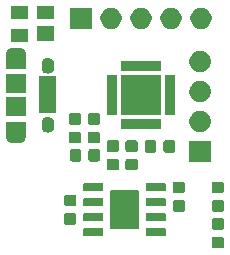
<source format=gbr>
G04 #@! TF.GenerationSoftware,KiCad,Pcbnew,(5.1.5)-2*
G04 #@! TF.CreationDate,2020-10-22T14:23:29-05:00*
G04 #@! TF.ProjectId,usbSerial,75736253-6572-4696-916c-2e6b69636164,rev?*
G04 #@! TF.SameCoordinates,Original*
G04 #@! TF.FileFunction,Soldermask,Top*
G04 #@! TF.FilePolarity,Negative*
%FSLAX46Y46*%
G04 Gerber Fmt 4.6, Leading zero omitted, Abs format (unit mm)*
G04 Created by KiCad (PCBNEW (5.1.5)-2) date 2020-10-22 14:23:29*
%MOMM*%
%LPD*%
G04 APERTURE LIST*
%ADD10C,0.100000*%
G04 APERTURE END LIST*
D10*
G36*
X69979591Y-80703085D02*
G01*
X70013569Y-80713393D01*
X70044890Y-80730134D01*
X70072339Y-80752661D01*
X70094866Y-80780110D01*
X70111607Y-80811431D01*
X70121915Y-80845409D01*
X70126000Y-80886890D01*
X70126000Y-81488110D01*
X70121915Y-81529591D01*
X70111607Y-81563569D01*
X70094866Y-81594890D01*
X70072339Y-81622339D01*
X70044890Y-81644866D01*
X70013569Y-81661607D01*
X69979591Y-81671915D01*
X69938110Y-81676000D01*
X69261890Y-81676000D01*
X69220409Y-81671915D01*
X69186431Y-81661607D01*
X69155110Y-81644866D01*
X69127661Y-81622339D01*
X69105134Y-81594890D01*
X69088393Y-81563569D01*
X69078085Y-81529591D01*
X69074000Y-81488110D01*
X69074000Y-80886890D01*
X69078085Y-80845409D01*
X69088393Y-80811431D01*
X69105134Y-80780110D01*
X69127661Y-80752661D01*
X69155110Y-80730134D01*
X69186431Y-80713393D01*
X69220409Y-80703085D01*
X69261890Y-80699000D01*
X69938110Y-80699000D01*
X69979591Y-80703085D01*
G37*
G36*
X65109928Y-79956764D02*
G01*
X65131009Y-79963160D01*
X65150445Y-79973548D01*
X65167476Y-79987524D01*
X65181452Y-80004555D01*
X65191840Y-80023991D01*
X65198236Y-80045072D01*
X65201000Y-80073140D01*
X65201000Y-80536860D01*
X65198236Y-80564928D01*
X65191840Y-80586009D01*
X65181452Y-80605445D01*
X65167476Y-80622476D01*
X65150445Y-80636452D01*
X65131009Y-80646840D01*
X65109928Y-80653236D01*
X65081860Y-80656000D01*
X63618140Y-80656000D01*
X63590072Y-80653236D01*
X63568991Y-80646840D01*
X63549555Y-80636452D01*
X63532524Y-80622476D01*
X63518548Y-80605445D01*
X63508160Y-80586009D01*
X63501764Y-80564928D01*
X63499000Y-80536860D01*
X63499000Y-80073140D01*
X63501764Y-80045072D01*
X63508160Y-80023991D01*
X63518548Y-80004555D01*
X63532524Y-79987524D01*
X63549555Y-79973548D01*
X63568991Y-79963160D01*
X63590072Y-79956764D01*
X63618140Y-79954000D01*
X65081860Y-79954000D01*
X65109928Y-79956764D01*
G37*
G36*
X59809928Y-79956764D02*
G01*
X59831009Y-79963160D01*
X59850445Y-79973548D01*
X59867476Y-79987524D01*
X59881452Y-80004555D01*
X59891840Y-80023991D01*
X59898236Y-80045072D01*
X59901000Y-80073140D01*
X59901000Y-80536860D01*
X59898236Y-80564928D01*
X59891840Y-80586009D01*
X59881452Y-80605445D01*
X59867476Y-80622476D01*
X59850445Y-80636452D01*
X59831009Y-80646840D01*
X59809928Y-80653236D01*
X59781860Y-80656000D01*
X58318140Y-80656000D01*
X58290072Y-80653236D01*
X58268991Y-80646840D01*
X58249555Y-80636452D01*
X58232524Y-80622476D01*
X58218548Y-80605445D01*
X58208160Y-80586009D01*
X58201764Y-80564928D01*
X58199000Y-80536860D01*
X58199000Y-80073140D01*
X58201764Y-80045072D01*
X58208160Y-80023991D01*
X58218548Y-80004555D01*
X58232524Y-79987524D01*
X58249555Y-79973548D01*
X58268991Y-79963160D01*
X58290072Y-79956764D01*
X58318140Y-79954000D01*
X59781860Y-79954000D01*
X59809928Y-79956764D01*
G37*
G36*
X69979591Y-79128085D02*
G01*
X70013569Y-79138393D01*
X70044890Y-79155134D01*
X70072339Y-79177661D01*
X70094866Y-79205110D01*
X70111607Y-79236431D01*
X70121915Y-79270409D01*
X70126000Y-79311890D01*
X70126000Y-79913110D01*
X70121915Y-79954591D01*
X70111607Y-79988569D01*
X70094866Y-80019890D01*
X70072339Y-80047339D01*
X70044890Y-80069866D01*
X70013569Y-80086607D01*
X69979591Y-80096915D01*
X69938110Y-80101000D01*
X69261890Y-80101000D01*
X69220409Y-80096915D01*
X69186431Y-80086607D01*
X69155110Y-80069866D01*
X69127661Y-80047339D01*
X69105134Y-80019890D01*
X69088393Y-79988569D01*
X69078085Y-79954591D01*
X69074000Y-79913110D01*
X69074000Y-79311890D01*
X69078085Y-79270409D01*
X69088393Y-79236431D01*
X69105134Y-79205110D01*
X69127661Y-79177661D01*
X69155110Y-79155134D01*
X69186431Y-79138393D01*
X69220409Y-79128085D01*
X69261890Y-79124000D01*
X69938110Y-79124000D01*
X69979591Y-79128085D01*
G37*
G36*
X62820752Y-76752699D02*
G01*
X62850971Y-76761866D01*
X62878813Y-76776748D01*
X62903221Y-76796779D01*
X62923252Y-76821187D01*
X62938134Y-76849029D01*
X62947301Y-76879248D01*
X62951000Y-76916808D01*
X62951000Y-79883192D01*
X62947301Y-79920752D01*
X62938134Y-79950971D01*
X62923252Y-79978813D01*
X62903221Y-80003221D01*
X62878813Y-80023252D01*
X62850971Y-80038134D01*
X62820752Y-80047301D01*
X62783192Y-80051000D01*
X60616808Y-80051000D01*
X60579248Y-80047301D01*
X60549029Y-80038134D01*
X60521187Y-80023252D01*
X60496779Y-80003221D01*
X60476748Y-79978813D01*
X60461866Y-79950971D01*
X60452699Y-79920752D01*
X60449000Y-79883192D01*
X60449000Y-76916808D01*
X60452699Y-76879248D01*
X60461866Y-76849029D01*
X60476748Y-76821187D01*
X60496779Y-76796779D01*
X60521187Y-76776748D01*
X60549029Y-76761866D01*
X60579248Y-76752699D01*
X60616808Y-76749000D01*
X62783192Y-76749000D01*
X62820752Y-76752699D01*
G37*
G36*
X57479591Y-78703085D02*
G01*
X57513569Y-78713393D01*
X57544890Y-78730134D01*
X57572339Y-78752661D01*
X57594866Y-78780110D01*
X57611607Y-78811431D01*
X57621915Y-78845409D01*
X57626000Y-78886890D01*
X57626000Y-79488110D01*
X57621915Y-79529591D01*
X57611607Y-79563569D01*
X57594866Y-79594890D01*
X57572339Y-79622339D01*
X57544890Y-79644866D01*
X57513569Y-79661607D01*
X57479591Y-79671915D01*
X57438110Y-79676000D01*
X56761890Y-79676000D01*
X56720409Y-79671915D01*
X56686431Y-79661607D01*
X56655110Y-79644866D01*
X56627661Y-79622339D01*
X56605134Y-79594890D01*
X56588393Y-79563569D01*
X56578085Y-79529591D01*
X56574000Y-79488110D01*
X56574000Y-78886890D01*
X56578085Y-78845409D01*
X56588393Y-78811431D01*
X56605134Y-78780110D01*
X56627661Y-78752661D01*
X56655110Y-78730134D01*
X56686431Y-78713393D01*
X56720409Y-78703085D01*
X56761890Y-78699000D01*
X57438110Y-78699000D01*
X57479591Y-78703085D01*
G37*
G36*
X65109928Y-78686764D02*
G01*
X65131009Y-78693160D01*
X65150445Y-78703548D01*
X65167476Y-78717524D01*
X65181452Y-78734555D01*
X65191840Y-78753991D01*
X65198236Y-78775072D01*
X65201000Y-78803140D01*
X65201000Y-79266860D01*
X65198236Y-79294928D01*
X65191840Y-79316009D01*
X65181452Y-79335445D01*
X65167476Y-79352476D01*
X65150445Y-79366452D01*
X65131009Y-79376840D01*
X65109928Y-79383236D01*
X65081860Y-79386000D01*
X63618140Y-79386000D01*
X63590072Y-79383236D01*
X63568991Y-79376840D01*
X63549555Y-79366452D01*
X63532524Y-79352476D01*
X63518548Y-79335445D01*
X63508160Y-79316009D01*
X63501764Y-79294928D01*
X63499000Y-79266860D01*
X63499000Y-78803140D01*
X63501764Y-78775072D01*
X63508160Y-78753991D01*
X63518548Y-78734555D01*
X63532524Y-78717524D01*
X63549555Y-78703548D01*
X63568991Y-78693160D01*
X63590072Y-78686764D01*
X63618140Y-78684000D01*
X65081860Y-78684000D01*
X65109928Y-78686764D01*
G37*
G36*
X59809928Y-78686764D02*
G01*
X59831009Y-78693160D01*
X59850445Y-78703548D01*
X59867476Y-78717524D01*
X59881452Y-78734555D01*
X59891840Y-78753991D01*
X59898236Y-78775072D01*
X59901000Y-78803140D01*
X59901000Y-79266860D01*
X59898236Y-79294928D01*
X59891840Y-79316009D01*
X59881452Y-79335445D01*
X59867476Y-79352476D01*
X59850445Y-79366452D01*
X59831009Y-79376840D01*
X59809928Y-79383236D01*
X59781860Y-79386000D01*
X58318140Y-79386000D01*
X58290072Y-79383236D01*
X58268991Y-79376840D01*
X58249555Y-79366452D01*
X58232524Y-79352476D01*
X58218548Y-79335445D01*
X58208160Y-79316009D01*
X58201764Y-79294928D01*
X58199000Y-79266860D01*
X58199000Y-78803140D01*
X58201764Y-78775072D01*
X58208160Y-78753991D01*
X58218548Y-78734555D01*
X58232524Y-78717524D01*
X58249555Y-78703548D01*
X58268991Y-78693160D01*
X58290072Y-78686764D01*
X58318140Y-78684000D01*
X59781860Y-78684000D01*
X59809928Y-78686764D01*
G37*
G36*
X66679591Y-77603085D02*
G01*
X66713569Y-77613393D01*
X66744890Y-77630134D01*
X66772339Y-77652661D01*
X66794866Y-77680110D01*
X66811607Y-77711431D01*
X66821915Y-77745409D01*
X66826000Y-77786890D01*
X66826000Y-78388110D01*
X66821915Y-78429591D01*
X66811607Y-78463569D01*
X66794866Y-78494890D01*
X66772339Y-78522339D01*
X66744890Y-78544866D01*
X66713569Y-78561607D01*
X66679591Y-78571915D01*
X66638110Y-78576000D01*
X65961890Y-78576000D01*
X65920409Y-78571915D01*
X65886431Y-78561607D01*
X65855110Y-78544866D01*
X65827661Y-78522339D01*
X65805134Y-78494890D01*
X65788393Y-78463569D01*
X65778085Y-78429591D01*
X65774000Y-78388110D01*
X65774000Y-77786890D01*
X65778085Y-77745409D01*
X65788393Y-77711431D01*
X65805134Y-77680110D01*
X65827661Y-77652661D01*
X65855110Y-77630134D01*
X65886431Y-77613393D01*
X65920409Y-77603085D01*
X65961890Y-77599000D01*
X66638110Y-77599000D01*
X66679591Y-77603085D01*
G37*
G36*
X69979591Y-77603085D02*
G01*
X70013569Y-77613393D01*
X70044890Y-77630134D01*
X70072339Y-77652661D01*
X70094866Y-77680110D01*
X70111607Y-77711431D01*
X70121915Y-77745409D01*
X70126000Y-77786890D01*
X70126000Y-78388110D01*
X70121915Y-78429591D01*
X70111607Y-78463569D01*
X70094866Y-78494890D01*
X70072339Y-78522339D01*
X70044890Y-78544866D01*
X70013569Y-78561607D01*
X69979591Y-78571915D01*
X69938110Y-78576000D01*
X69261890Y-78576000D01*
X69220409Y-78571915D01*
X69186431Y-78561607D01*
X69155110Y-78544866D01*
X69127661Y-78522339D01*
X69105134Y-78494890D01*
X69088393Y-78463569D01*
X69078085Y-78429591D01*
X69074000Y-78388110D01*
X69074000Y-77786890D01*
X69078085Y-77745409D01*
X69088393Y-77711431D01*
X69105134Y-77680110D01*
X69127661Y-77652661D01*
X69155110Y-77630134D01*
X69186431Y-77613393D01*
X69220409Y-77603085D01*
X69261890Y-77599000D01*
X69938110Y-77599000D01*
X69979591Y-77603085D01*
G37*
G36*
X65109928Y-77416764D02*
G01*
X65131009Y-77423160D01*
X65150445Y-77433548D01*
X65167476Y-77447524D01*
X65181452Y-77464555D01*
X65191840Y-77483991D01*
X65198236Y-77505072D01*
X65201000Y-77533140D01*
X65201000Y-77996860D01*
X65198236Y-78024928D01*
X65191840Y-78046009D01*
X65181452Y-78065445D01*
X65167476Y-78082476D01*
X65150445Y-78096452D01*
X65131009Y-78106840D01*
X65109928Y-78113236D01*
X65081860Y-78116000D01*
X63618140Y-78116000D01*
X63590072Y-78113236D01*
X63568991Y-78106840D01*
X63549555Y-78096452D01*
X63532524Y-78082476D01*
X63518548Y-78065445D01*
X63508160Y-78046009D01*
X63501764Y-78024928D01*
X63499000Y-77996860D01*
X63499000Y-77533140D01*
X63501764Y-77505072D01*
X63508160Y-77483991D01*
X63518548Y-77464555D01*
X63532524Y-77447524D01*
X63549555Y-77433548D01*
X63568991Y-77423160D01*
X63590072Y-77416764D01*
X63618140Y-77414000D01*
X65081860Y-77414000D01*
X65109928Y-77416764D01*
G37*
G36*
X59809928Y-77416764D02*
G01*
X59831009Y-77423160D01*
X59850445Y-77433548D01*
X59867476Y-77447524D01*
X59881452Y-77464555D01*
X59891840Y-77483991D01*
X59898236Y-77505072D01*
X59901000Y-77533140D01*
X59901000Y-77996860D01*
X59898236Y-78024928D01*
X59891840Y-78046009D01*
X59881452Y-78065445D01*
X59867476Y-78082476D01*
X59850445Y-78096452D01*
X59831009Y-78106840D01*
X59809928Y-78113236D01*
X59781860Y-78116000D01*
X58318140Y-78116000D01*
X58290072Y-78113236D01*
X58268991Y-78106840D01*
X58249555Y-78096452D01*
X58232524Y-78082476D01*
X58218548Y-78065445D01*
X58208160Y-78046009D01*
X58201764Y-78024928D01*
X58199000Y-77996860D01*
X58199000Y-77533140D01*
X58201764Y-77505072D01*
X58208160Y-77483991D01*
X58218548Y-77464555D01*
X58232524Y-77447524D01*
X58249555Y-77433548D01*
X58268991Y-77423160D01*
X58290072Y-77416764D01*
X58318140Y-77414000D01*
X59781860Y-77414000D01*
X59809928Y-77416764D01*
G37*
G36*
X57479591Y-77128085D02*
G01*
X57513569Y-77138393D01*
X57544890Y-77155134D01*
X57572339Y-77177661D01*
X57594866Y-77205110D01*
X57611607Y-77236431D01*
X57621915Y-77270409D01*
X57626000Y-77311890D01*
X57626000Y-77913110D01*
X57621915Y-77954591D01*
X57611607Y-77988569D01*
X57594866Y-78019890D01*
X57572339Y-78047339D01*
X57544890Y-78069866D01*
X57513569Y-78086607D01*
X57479591Y-78096915D01*
X57438110Y-78101000D01*
X56761890Y-78101000D01*
X56720409Y-78096915D01*
X56686431Y-78086607D01*
X56655110Y-78069866D01*
X56627661Y-78047339D01*
X56605134Y-78019890D01*
X56588393Y-77988569D01*
X56578085Y-77954591D01*
X56574000Y-77913110D01*
X56574000Y-77311890D01*
X56578085Y-77270409D01*
X56588393Y-77236431D01*
X56605134Y-77205110D01*
X56627661Y-77177661D01*
X56655110Y-77155134D01*
X56686431Y-77138393D01*
X56720409Y-77128085D01*
X56761890Y-77124000D01*
X57438110Y-77124000D01*
X57479591Y-77128085D01*
G37*
G36*
X66679591Y-76028085D02*
G01*
X66713569Y-76038393D01*
X66744890Y-76055134D01*
X66772339Y-76077661D01*
X66794866Y-76105110D01*
X66811607Y-76136431D01*
X66821915Y-76170409D01*
X66826000Y-76211890D01*
X66826000Y-76813110D01*
X66821915Y-76854591D01*
X66811607Y-76888569D01*
X66794866Y-76919890D01*
X66772339Y-76947339D01*
X66744890Y-76969866D01*
X66713569Y-76986607D01*
X66679591Y-76996915D01*
X66638110Y-77001000D01*
X65961890Y-77001000D01*
X65920409Y-76996915D01*
X65886431Y-76986607D01*
X65855110Y-76969866D01*
X65827661Y-76947339D01*
X65805134Y-76919890D01*
X65788393Y-76888569D01*
X65778085Y-76854591D01*
X65774000Y-76813110D01*
X65774000Y-76211890D01*
X65778085Y-76170409D01*
X65788393Y-76136431D01*
X65805134Y-76105110D01*
X65827661Y-76077661D01*
X65855110Y-76055134D01*
X65886431Y-76038393D01*
X65920409Y-76028085D01*
X65961890Y-76024000D01*
X66638110Y-76024000D01*
X66679591Y-76028085D01*
G37*
G36*
X69979591Y-76028085D02*
G01*
X70013569Y-76038393D01*
X70044890Y-76055134D01*
X70072339Y-76077661D01*
X70094866Y-76105110D01*
X70111607Y-76136431D01*
X70121915Y-76170409D01*
X70126000Y-76211890D01*
X70126000Y-76813110D01*
X70121915Y-76854591D01*
X70111607Y-76888569D01*
X70094866Y-76919890D01*
X70072339Y-76947339D01*
X70044890Y-76969866D01*
X70013569Y-76986607D01*
X69979591Y-76996915D01*
X69938110Y-77001000D01*
X69261890Y-77001000D01*
X69220409Y-76996915D01*
X69186431Y-76986607D01*
X69155110Y-76969866D01*
X69127661Y-76947339D01*
X69105134Y-76919890D01*
X69088393Y-76888569D01*
X69078085Y-76854591D01*
X69074000Y-76813110D01*
X69074000Y-76211890D01*
X69078085Y-76170409D01*
X69088393Y-76136431D01*
X69105134Y-76105110D01*
X69127661Y-76077661D01*
X69155110Y-76055134D01*
X69186431Y-76038393D01*
X69220409Y-76028085D01*
X69261890Y-76024000D01*
X69938110Y-76024000D01*
X69979591Y-76028085D01*
G37*
G36*
X59809928Y-76146764D02*
G01*
X59831009Y-76153160D01*
X59850445Y-76163548D01*
X59867476Y-76177524D01*
X59881452Y-76194555D01*
X59891840Y-76213991D01*
X59898236Y-76235072D01*
X59901000Y-76263140D01*
X59901000Y-76726860D01*
X59898236Y-76754928D01*
X59891840Y-76776009D01*
X59881452Y-76795445D01*
X59867476Y-76812476D01*
X59850445Y-76826452D01*
X59831009Y-76836840D01*
X59809928Y-76843236D01*
X59781860Y-76846000D01*
X58318140Y-76846000D01*
X58290072Y-76843236D01*
X58268991Y-76836840D01*
X58249555Y-76826452D01*
X58232524Y-76812476D01*
X58218548Y-76795445D01*
X58208160Y-76776009D01*
X58201764Y-76754928D01*
X58199000Y-76726860D01*
X58199000Y-76263140D01*
X58201764Y-76235072D01*
X58208160Y-76213991D01*
X58218548Y-76194555D01*
X58232524Y-76177524D01*
X58249555Y-76163548D01*
X58268991Y-76153160D01*
X58290072Y-76146764D01*
X58318140Y-76144000D01*
X59781860Y-76144000D01*
X59809928Y-76146764D01*
G37*
G36*
X65109928Y-76146764D02*
G01*
X65131009Y-76153160D01*
X65150445Y-76163548D01*
X65167476Y-76177524D01*
X65181452Y-76194555D01*
X65191840Y-76213991D01*
X65198236Y-76235072D01*
X65201000Y-76263140D01*
X65201000Y-76726860D01*
X65198236Y-76754928D01*
X65191840Y-76776009D01*
X65181452Y-76795445D01*
X65167476Y-76812476D01*
X65150445Y-76826452D01*
X65131009Y-76836840D01*
X65109928Y-76843236D01*
X65081860Y-76846000D01*
X63618140Y-76846000D01*
X63590072Y-76843236D01*
X63568991Y-76836840D01*
X63549555Y-76826452D01*
X63532524Y-76812476D01*
X63518548Y-76795445D01*
X63508160Y-76776009D01*
X63501764Y-76754928D01*
X63499000Y-76726860D01*
X63499000Y-76263140D01*
X63501764Y-76235072D01*
X63508160Y-76213991D01*
X63518548Y-76194555D01*
X63532524Y-76177524D01*
X63549555Y-76163548D01*
X63568991Y-76153160D01*
X63590072Y-76146764D01*
X63618140Y-76144000D01*
X65081860Y-76144000D01*
X65109928Y-76146764D01*
G37*
G36*
X62679591Y-74103085D02*
G01*
X62713569Y-74113393D01*
X62744890Y-74130134D01*
X62772339Y-74152661D01*
X62794866Y-74180110D01*
X62811607Y-74211431D01*
X62821915Y-74245409D01*
X62826000Y-74286890D01*
X62826000Y-74888110D01*
X62821915Y-74929591D01*
X62811607Y-74963569D01*
X62794866Y-74994890D01*
X62772339Y-75022339D01*
X62744890Y-75044866D01*
X62713569Y-75061607D01*
X62679591Y-75071915D01*
X62638110Y-75076000D01*
X61961890Y-75076000D01*
X61920409Y-75071915D01*
X61886431Y-75061607D01*
X61855110Y-75044866D01*
X61827661Y-75022339D01*
X61805134Y-74994890D01*
X61788393Y-74963569D01*
X61778085Y-74929591D01*
X61774000Y-74888110D01*
X61774000Y-74286890D01*
X61778085Y-74245409D01*
X61788393Y-74211431D01*
X61805134Y-74180110D01*
X61827661Y-74152661D01*
X61855110Y-74130134D01*
X61886431Y-74113393D01*
X61920409Y-74103085D01*
X61961890Y-74099000D01*
X62638110Y-74099000D01*
X62679591Y-74103085D01*
G37*
G36*
X61079591Y-74103085D02*
G01*
X61113569Y-74113393D01*
X61144890Y-74130134D01*
X61172339Y-74152661D01*
X61194866Y-74180110D01*
X61211607Y-74211431D01*
X61221915Y-74245409D01*
X61226000Y-74286890D01*
X61226000Y-74888110D01*
X61221915Y-74929591D01*
X61211607Y-74963569D01*
X61194866Y-74994890D01*
X61172339Y-75022339D01*
X61144890Y-75044866D01*
X61113569Y-75061607D01*
X61079591Y-75071915D01*
X61038110Y-75076000D01*
X60361890Y-75076000D01*
X60320409Y-75071915D01*
X60286431Y-75061607D01*
X60255110Y-75044866D01*
X60227661Y-75022339D01*
X60205134Y-74994890D01*
X60188393Y-74963569D01*
X60178085Y-74929591D01*
X60174000Y-74888110D01*
X60174000Y-74286890D01*
X60178085Y-74245409D01*
X60188393Y-74211431D01*
X60205134Y-74180110D01*
X60227661Y-74152661D01*
X60255110Y-74130134D01*
X60286431Y-74113393D01*
X60320409Y-74103085D01*
X60361890Y-74099000D01*
X61038110Y-74099000D01*
X61079591Y-74103085D01*
G37*
G36*
X69001000Y-74381000D02*
G01*
X67199000Y-74381000D01*
X67199000Y-72579000D01*
X69001000Y-72579000D01*
X69001000Y-74381000D01*
G37*
G36*
X57904591Y-73278085D02*
G01*
X57938569Y-73288393D01*
X57969890Y-73305134D01*
X57997339Y-73327661D01*
X58019866Y-73355110D01*
X58036607Y-73386431D01*
X58046915Y-73420409D01*
X58051000Y-73461890D01*
X58051000Y-74138110D01*
X58046915Y-74179591D01*
X58036607Y-74213569D01*
X58019866Y-74244890D01*
X57997339Y-74272339D01*
X57969890Y-74294866D01*
X57938569Y-74311607D01*
X57904591Y-74321915D01*
X57863110Y-74326000D01*
X57261890Y-74326000D01*
X57220409Y-74321915D01*
X57186431Y-74311607D01*
X57155110Y-74294866D01*
X57127661Y-74272339D01*
X57105134Y-74244890D01*
X57088393Y-74213569D01*
X57078085Y-74179591D01*
X57074000Y-74138110D01*
X57074000Y-73461890D01*
X57078085Y-73420409D01*
X57088393Y-73386431D01*
X57105134Y-73355110D01*
X57127661Y-73327661D01*
X57155110Y-73305134D01*
X57186431Y-73288393D01*
X57220409Y-73278085D01*
X57261890Y-73274000D01*
X57863110Y-73274000D01*
X57904591Y-73278085D01*
G37*
G36*
X59479591Y-73278085D02*
G01*
X59513569Y-73288393D01*
X59544890Y-73305134D01*
X59572339Y-73327661D01*
X59594866Y-73355110D01*
X59611607Y-73386431D01*
X59621915Y-73420409D01*
X59626000Y-73461890D01*
X59626000Y-74138110D01*
X59621915Y-74179591D01*
X59611607Y-74213569D01*
X59594866Y-74244890D01*
X59572339Y-74272339D01*
X59544890Y-74294866D01*
X59513569Y-74311607D01*
X59479591Y-74321915D01*
X59438110Y-74326000D01*
X58836890Y-74326000D01*
X58795409Y-74321915D01*
X58761431Y-74311607D01*
X58730110Y-74294866D01*
X58702661Y-74272339D01*
X58680134Y-74244890D01*
X58663393Y-74213569D01*
X58653085Y-74179591D01*
X58649000Y-74138110D01*
X58649000Y-73461890D01*
X58653085Y-73420409D01*
X58663393Y-73386431D01*
X58680134Y-73355110D01*
X58702661Y-73327661D01*
X58730110Y-73305134D01*
X58761431Y-73288393D01*
X58795409Y-73278085D01*
X58836890Y-73274000D01*
X59438110Y-73274000D01*
X59479591Y-73278085D01*
G37*
G36*
X64254591Y-72528085D02*
G01*
X64288569Y-72538393D01*
X64319890Y-72555134D01*
X64347339Y-72577661D01*
X64369866Y-72605110D01*
X64386607Y-72636431D01*
X64396915Y-72670409D01*
X64401000Y-72711890D01*
X64401000Y-73388110D01*
X64396915Y-73429591D01*
X64386607Y-73463569D01*
X64369866Y-73494890D01*
X64347339Y-73522339D01*
X64319890Y-73544866D01*
X64288569Y-73561607D01*
X64254591Y-73571915D01*
X64213110Y-73576000D01*
X63611890Y-73576000D01*
X63570409Y-73571915D01*
X63536431Y-73561607D01*
X63505110Y-73544866D01*
X63477661Y-73522339D01*
X63455134Y-73494890D01*
X63438393Y-73463569D01*
X63428085Y-73429591D01*
X63424000Y-73388110D01*
X63424000Y-72711890D01*
X63428085Y-72670409D01*
X63438393Y-72636431D01*
X63455134Y-72605110D01*
X63477661Y-72577661D01*
X63505110Y-72555134D01*
X63536431Y-72538393D01*
X63570409Y-72528085D01*
X63611890Y-72524000D01*
X64213110Y-72524000D01*
X64254591Y-72528085D01*
G37*
G36*
X65829591Y-72528085D02*
G01*
X65863569Y-72538393D01*
X65894890Y-72555134D01*
X65922339Y-72577661D01*
X65944866Y-72605110D01*
X65961607Y-72636431D01*
X65971915Y-72670409D01*
X65976000Y-72711890D01*
X65976000Y-73388110D01*
X65971915Y-73429591D01*
X65961607Y-73463569D01*
X65944866Y-73494890D01*
X65922339Y-73522339D01*
X65894890Y-73544866D01*
X65863569Y-73561607D01*
X65829591Y-73571915D01*
X65788110Y-73576000D01*
X65186890Y-73576000D01*
X65145409Y-73571915D01*
X65111431Y-73561607D01*
X65080110Y-73544866D01*
X65052661Y-73522339D01*
X65030134Y-73494890D01*
X65013393Y-73463569D01*
X65003085Y-73429591D01*
X64999000Y-73388110D01*
X64999000Y-72711890D01*
X65003085Y-72670409D01*
X65013393Y-72636431D01*
X65030134Y-72605110D01*
X65052661Y-72577661D01*
X65080110Y-72555134D01*
X65111431Y-72538393D01*
X65145409Y-72528085D01*
X65186890Y-72524000D01*
X65788110Y-72524000D01*
X65829591Y-72528085D01*
G37*
G36*
X62679591Y-72528085D02*
G01*
X62713569Y-72538393D01*
X62744890Y-72555134D01*
X62772339Y-72577661D01*
X62794866Y-72605110D01*
X62811607Y-72636431D01*
X62821915Y-72670409D01*
X62826000Y-72711890D01*
X62826000Y-73313110D01*
X62821915Y-73354591D01*
X62811607Y-73388569D01*
X62794866Y-73419890D01*
X62772339Y-73447339D01*
X62744890Y-73469866D01*
X62713569Y-73486607D01*
X62679591Y-73496915D01*
X62638110Y-73501000D01*
X61961890Y-73501000D01*
X61920409Y-73496915D01*
X61886431Y-73486607D01*
X61855110Y-73469866D01*
X61827661Y-73447339D01*
X61805134Y-73419890D01*
X61788393Y-73388569D01*
X61778085Y-73354591D01*
X61774000Y-73313110D01*
X61774000Y-72711890D01*
X61778085Y-72670409D01*
X61788393Y-72636431D01*
X61805134Y-72605110D01*
X61827661Y-72577661D01*
X61855110Y-72555134D01*
X61886431Y-72538393D01*
X61920409Y-72528085D01*
X61961890Y-72524000D01*
X62638110Y-72524000D01*
X62679591Y-72528085D01*
G37*
G36*
X61079591Y-72528085D02*
G01*
X61113569Y-72538393D01*
X61144890Y-72555134D01*
X61172339Y-72577661D01*
X61194866Y-72605110D01*
X61211607Y-72636431D01*
X61221915Y-72670409D01*
X61226000Y-72711890D01*
X61226000Y-73313110D01*
X61221915Y-73354591D01*
X61211607Y-73388569D01*
X61194866Y-73419890D01*
X61172339Y-73447339D01*
X61144890Y-73469866D01*
X61113569Y-73486607D01*
X61079591Y-73496915D01*
X61038110Y-73501000D01*
X60361890Y-73501000D01*
X60320409Y-73496915D01*
X60286431Y-73486607D01*
X60255110Y-73469866D01*
X60227661Y-73447339D01*
X60205134Y-73419890D01*
X60188393Y-73388569D01*
X60178085Y-73354591D01*
X60174000Y-73313110D01*
X60174000Y-72711890D01*
X60178085Y-72670409D01*
X60188393Y-72636431D01*
X60205134Y-72605110D01*
X60227661Y-72577661D01*
X60255110Y-72555134D01*
X60286431Y-72538393D01*
X60320409Y-72528085D01*
X60361890Y-72524000D01*
X61038110Y-72524000D01*
X61079591Y-72528085D01*
G37*
G36*
X57879591Y-71803085D02*
G01*
X57913569Y-71813393D01*
X57944890Y-71830134D01*
X57972339Y-71852661D01*
X57994866Y-71880110D01*
X58011607Y-71911431D01*
X58021915Y-71945409D01*
X58026000Y-71986890D01*
X58026000Y-72588110D01*
X58021915Y-72629591D01*
X58011607Y-72663569D01*
X57994866Y-72694890D01*
X57972339Y-72722339D01*
X57944890Y-72744866D01*
X57913569Y-72761607D01*
X57879591Y-72771915D01*
X57838110Y-72776000D01*
X57161890Y-72776000D01*
X57120409Y-72771915D01*
X57086431Y-72761607D01*
X57055110Y-72744866D01*
X57027661Y-72722339D01*
X57005134Y-72694890D01*
X56988393Y-72663569D01*
X56978085Y-72629591D01*
X56974000Y-72588110D01*
X56974000Y-71986890D01*
X56978085Y-71945409D01*
X56988393Y-71911431D01*
X57005134Y-71880110D01*
X57027661Y-71852661D01*
X57055110Y-71830134D01*
X57086431Y-71813393D01*
X57120409Y-71803085D01*
X57161890Y-71799000D01*
X57838110Y-71799000D01*
X57879591Y-71803085D01*
G37*
G36*
X59479591Y-71803085D02*
G01*
X59513569Y-71813393D01*
X59544890Y-71830134D01*
X59572339Y-71852661D01*
X59594866Y-71880110D01*
X59611607Y-71911431D01*
X59621915Y-71945409D01*
X59626000Y-71986890D01*
X59626000Y-72588110D01*
X59621915Y-72629591D01*
X59611607Y-72663569D01*
X59594866Y-72694890D01*
X59572339Y-72722339D01*
X59544890Y-72744866D01*
X59513569Y-72761607D01*
X59479591Y-72771915D01*
X59438110Y-72776000D01*
X58761890Y-72776000D01*
X58720409Y-72771915D01*
X58686431Y-72761607D01*
X58655110Y-72744866D01*
X58627661Y-72722339D01*
X58605134Y-72694890D01*
X58588393Y-72663569D01*
X58578085Y-72629591D01*
X58574000Y-72588110D01*
X58574000Y-71986890D01*
X58578085Y-71945409D01*
X58588393Y-71911431D01*
X58605134Y-71880110D01*
X58627661Y-71852661D01*
X58655110Y-71830134D01*
X58686431Y-71813393D01*
X58720409Y-71803085D01*
X58761890Y-71799000D01*
X59438110Y-71799000D01*
X59479591Y-71803085D01*
G37*
G36*
X53326000Y-72168027D02*
G01*
X53326601Y-72180266D01*
X53328545Y-72200000D01*
X53326601Y-72219734D01*
X53326000Y-72231973D01*
X53326000Y-72302861D01*
X53322970Y-72306553D01*
X53307287Y-72339713D01*
X53288312Y-72402265D01*
X53239469Y-72493644D01*
X53173738Y-72573738D01*
X53093644Y-72639469D01*
X53002265Y-72688312D01*
X52903114Y-72718389D01*
X52825839Y-72726000D01*
X52174161Y-72726000D01*
X52096886Y-72718389D01*
X51997735Y-72688312D01*
X51906356Y-72639469D01*
X51826262Y-72573738D01*
X51760531Y-72493644D01*
X51711688Y-72402265D01*
X51692713Y-72339713D01*
X51683336Y-72317074D01*
X51674000Y-72303102D01*
X51674000Y-72231973D01*
X51673399Y-72219734D01*
X51671455Y-72200000D01*
X51673399Y-72180266D01*
X51674000Y-72168027D01*
X51674000Y-70949000D01*
X53326000Y-70949000D01*
X53326000Y-72168027D01*
G37*
G36*
X55303113Y-70531611D02*
G01*
X55402264Y-70561688D01*
X55493644Y-70610531D01*
X55573738Y-70676262D01*
X55639469Y-70756356D01*
X55688312Y-70847735D01*
X55718389Y-70946886D01*
X55726000Y-71024161D01*
X55726000Y-71375838D01*
X55718389Y-71453113D01*
X55688312Y-71552264D01*
X55639469Y-71643644D01*
X55573738Y-71723738D01*
X55493644Y-71789469D01*
X55402265Y-71838312D01*
X55303114Y-71868389D01*
X55200000Y-71878545D01*
X55096887Y-71868389D01*
X54997736Y-71838312D01*
X54906357Y-71789469D01*
X54826263Y-71723738D01*
X54760532Y-71643644D01*
X54736834Y-71599309D01*
X54711689Y-71552266D01*
X54701663Y-71519215D01*
X54681611Y-71453114D01*
X54674000Y-71375839D01*
X54674000Y-71024162D01*
X54681611Y-70946887D01*
X54711688Y-70847736D01*
X54760531Y-70756356D01*
X54826262Y-70676262D01*
X54906356Y-70610531D01*
X54997735Y-70561688D01*
X55096886Y-70531611D01*
X55200000Y-70521455D01*
X55303113Y-70531611D01*
G37*
G36*
X68193623Y-70039971D02*
G01*
X68362812Y-70073624D01*
X68526784Y-70141544D01*
X68674354Y-70240147D01*
X68799853Y-70365646D01*
X68898456Y-70513216D01*
X68966376Y-70677188D01*
X69001000Y-70851259D01*
X69001000Y-71028741D01*
X68966376Y-71202812D01*
X68898456Y-71366784D01*
X68799853Y-71514354D01*
X68674354Y-71639853D01*
X68526784Y-71738456D01*
X68362812Y-71806376D01*
X68213512Y-71836073D01*
X68188742Y-71841000D01*
X68011258Y-71841000D01*
X67986488Y-71836073D01*
X67837188Y-71806376D01*
X67673216Y-71738456D01*
X67525646Y-71639853D01*
X67400147Y-71514354D01*
X67301544Y-71366784D01*
X67233624Y-71202812D01*
X67199000Y-71028741D01*
X67199000Y-70851259D01*
X67233624Y-70677188D01*
X67301544Y-70513216D01*
X67400147Y-70365646D01*
X67525646Y-70240147D01*
X67673216Y-70141544D01*
X67837188Y-70073624D01*
X68006377Y-70039971D01*
X68011258Y-70039000D01*
X68188742Y-70039000D01*
X68193623Y-70039971D01*
G37*
G36*
X61755355Y-70700083D02*
G01*
X61760029Y-70701501D01*
X61764330Y-70703800D01*
X61770702Y-70709029D01*
X61791076Y-70722643D01*
X61813715Y-70732020D01*
X61837749Y-70736800D01*
X61862253Y-70736800D01*
X61886286Y-70732019D01*
X61908925Y-70722642D01*
X61929298Y-70709029D01*
X61935670Y-70703800D01*
X61939971Y-70701501D01*
X61944645Y-70700083D01*
X61955641Y-70699000D01*
X62244359Y-70699000D01*
X62255355Y-70700083D01*
X62260029Y-70701501D01*
X62264330Y-70703800D01*
X62270702Y-70709029D01*
X62291076Y-70722643D01*
X62313715Y-70732020D01*
X62337749Y-70736800D01*
X62362253Y-70736800D01*
X62386286Y-70732019D01*
X62408925Y-70722642D01*
X62429298Y-70709029D01*
X62435670Y-70703800D01*
X62439971Y-70701501D01*
X62444645Y-70700083D01*
X62455641Y-70699000D01*
X62744359Y-70699000D01*
X62755355Y-70700083D01*
X62760029Y-70701501D01*
X62764330Y-70703800D01*
X62770702Y-70709029D01*
X62791076Y-70722643D01*
X62813715Y-70732020D01*
X62837749Y-70736800D01*
X62862253Y-70736800D01*
X62886286Y-70732019D01*
X62908925Y-70722642D01*
X62929298Y-70709029D01*
X62935670Y-70703800D01*
X62939971Y-70701501D01*
X62944645Y-70700083D01*
X62955641Y-70699000D01*
X63244359Y-70699000D01*
X63255355Y-70700083D01*
X63260029Y-70701501D01*
X63264330Y-70703800D01*
X63270702Y-70709029D01*
X63291076Y-70722643D01*
X63313715Y-70732020D01*
X63337749Y-70736800D01*
X63362253Y-70736800D01*
X63386286Y-70732019D01*
X63408925Y-70722642D01*
X63429298Y-70709029D01*
X63435670Y-70703800D01*
X63439971Y-70701501D01*
X63444645Y-70700083D01*
X63455641Y-70699000D01*
X63744359Y-70699000D01*
X63755355Y-70700083D01*
X63760029Y-70701501D01*
X63764330Y-70703800D01*
X63770702Y-70709029D01*
X63791076Y-70722643D01*
X63813715Y-70732020D01*
X63837749Y-70736800D01*
X63862253Y-70736800D01*
X63886286Y-70732019D01*
X63908925Y-70722642D01*
X63929298Y-70709029D01*
X63935670Y-70703800D01*
X63939971Y-70701501D01*
X63944645Y-70700083D01*
X63955641Y-70699000D01*
X64244359Y-70699000D01*
X64255355Y-70700083D01*
X64260029Y-70701501D01*
X64264330Y-70703800D01*
X64270702Y-70709029D01*
X64291076Y-70722643D01*
X64313715Y-70732020D01*
X64337749Y-70736800D01*
X64362253Y-70736800D01*
X64386286Y-70732019D01*
X64408925Y-70722642D01*
X64429298Y-70709029D01*
X64435670Y-70703800D01*
X64439971Y-70701501D01*
X64444645Y-70700083D01*
X64455641Y-70699000D01*
X64744359Y-70699000D01*
X64755355Y-70700083D01*
X64760029Y-70701501D01*
X64764331Y-70703800D01*
X64768104Y-70706896D01*
X64771200Y-70710669D01*
X64773499Y-70714971D01*
X64774917Y-70719645D01*
X64776000Y-70730641D01*
X64776000Y-71569359D01*
X64774917Y-71580355D01*
X64773499Y-71585029D01*
X64771200Y-71589331D01*
X64768104Y-71593104D01*
X64764331Y-71596200D01*
X64760029Y-71598499D01*
X64755355Y-71599917D01*
X64744359Y-71601000D01*
X64455641Y-71601000D01*
X64444645Y-71599917D01*
X64439971Y-71598499D01*
X64435670Y-71596200D01*
X64429298Y-71590971D01*
X64408924Y-71577357D01*
X64386285Y-71567980D01*
X64362251Y-71563200D01*
X64337747Y-71563200D01*
X64313714Y-71567981D01*
X64291075Y-71577358D01*
X64270702Y-71590971D01*
X64264330Y-71596200D01*
X64260029Y-71598499D01*
X64255355Y-71599917D01*
X64244359Y-71601000D01*
X63955641Y-71601000D01*
X63944645Y-71599917D01*
X63939971Y-71598499D01*
X63935670Y-71596200D01*
X63929298Y-71590971D01*
X63908924Y-71577357D01*
X63886285Y-71567980D01*
X63862251Y-71563200D01*
X63837747Y-71563200D01*
X63813714Y-71567981D01*
X63791075Y-71577358D01*
X63770702Y-71590971D01*
X63764330Y-71596200D01*
X63760029Y-71598499D01*
X63755355Y-71599917D01*
X63744359Y-71601000D01*
X63455641Y-71601000D01*
X63444645Y-71599917D01*
X63439971Y-71598499D01*
X63435670Y-71596200D01*
X63429298Y-71590971D01*
X63408924Y-71577357D01*
X63386285Y-71567980D01*
X63362251Y-71563200D01*
X63337747Y-71563200D01*
X63313714Y-71567981D01*
X63291075Y-71577358D01*
X63270702Y-71590971D01*
X63264330Y-71596200D01*
X63260029Y-71598499D01*
X63255355Y-71599917D01*
X63244359Y-71601000D01*
X62955641Y-71601000D01*
X62944645Y-71599917D01*
X62939971Y-71598499D01*
X62935670Y-71596200D01*
X62929298Y-71590971D01*
X62908924Y-71577357D01*
X62886285Y-71567980D01*
X62862251Y-71563200D01*
X62837747Y-71563200D01*
X62813714Y-71567981D01*
X62791075Y-71577358D01*
X62770702Y-71590971D01*
X62764330Y-71596200D01*
X62760029Y-71598499D01*
X62755355Y-71599917D01*
X62744359Y-71601000D01*
X62455641Y-71601000D01*
X62444645Y-71599917D01*
X62439971Y-71598499D01*
X62435670Y-71596200D01*
X62429298Y-71590971D01*
X62408924Y-71577357D01*
X62386285Y-71567980D01*
X62362251Y-71563200D01*
X62337747Y-71563200D01*
X62313714Y-71567981D01*
X62291075Y-71577358D01*
X62270702Y-71590971D01*
X62264330Y-71596200D01*
X62260029Y-71598499D01*
X62255355Y-71599917D01*
X62244359Y-71601000D01*
X61955641Y-71601000D01*
X61944645Y-71599917D01*
X61939971Y-71598499D01*
X61935670Y-71596200D01*
X61929298Y-71590971D01*
X61908924Y-71577357D01*
X61886285Y-71567980D01*
X61862251Y-71563200D01*
X61837747Y-71563200D01*
X61813714Y-71567981D01*
X61791075Y-71577358D01*
X61770702Y-71590971D01*
X61764330Y-71596200D01*
X61760029Y-71598499D01*
X61755355Y-71599917D01*
X61744359Y-71601000D01*
X61455641Y-71601000D01*
X61444645Y-71599917D01*
X61439971Y-71598499D01*
X61435669Y-71596200D01*
X61431896Y-71593104D01*
X61428800Y-71589331D01*
X61426501Y-71585029D01*
X61425083Y-71580355D01*
X61424000Y-71569359D01*
X61424000Y-70730641D01*
X61425083Y-70719645D01*
X61426501Y-70714971D01*
X61428800Y-70710669D01*
X61431896Y-70706896D01*
X61435669Y-70703800D01*
X61439971Y-70701501D01*
X61444645Y-70700083D01*
X61455641Y-70699000D01*
X61744359Y-70699000D01*
X61755355Y-70700083D01*
G37*
G36*
X57879591Y-70228085D02*
G01*
X57913569Y-70238393D01*
X57944890Y-70255134D01*
X57972339Y-70277661D01*
X57994866Y-70305110D01*
X58011607Y-70336431D01*
X58021915Y-70370409D01*
X58026000Y-70411890D01*
X58026000Y-71013110D01*
X58021915Y-71054591D01*
X58011607Y-71088569D01*
X57994866Y-71119890D01*
X57972339Y-71147339D01*
X57944890Y-71169866D01*
X57913569Y-71186607D01*
X57879591Y-71196915D01*
X57838110Y-71201000D01*
X57161890Y-71201000D01*
X57120409Y-71196915D01*
X57086431Y-71186607D01*
X57055110Y-71169866D01*
X57027661Y-71147339D01*
X57005134Y-71119890D01*
X56988393Y-71088569D01*
X56978085Y-71054591D01*
X56974000Y-71013110D01*
X56974000Y-70411890D01*
X56978085Y-70370409D01*
X56988393Y-70336431D01*
X57005134Y-70305110D01*
X57027661Y-70277661D01*
X57055110Y-70255134D01*
X57086431Y-70238393D01*
X57120409Y-70228085D01*
X57161890Y-70224000D01*
X57838110Y-70224000D01*
X57879591Y-70228085D01*
G37*
G36*
X59479591Y-70228085D02*
G01*
X59513569Y-70238393D01*
X59544890Y-70255134D01*
X59572339Y-70277661D01*
X59594866Y-70305110D01*
X59611607Y-70336431D01*
X59621915Y-70370409D01*
X59626000Y-70411890D01*
X59626000Y-71013110D01*
X59621915Y-71054591D01*
X59611607Y-71088569D01*
X59594866Y-71119890D01*
X59572339Y-71147339D01*
X59544890Y-71169866D01*
X59513569Y-71186607D01*
X59479591Y-71196915D01*
X59438110Y-71201000D01*
X58761890Y-71201000D01*
X58720409Y-71196915D01*
X58686431Y-71186607D01*
X58655110Y-71169866D01*
X58627661Y-71147339D01*
X58605134Y-71119890D01*
X58588393Y-71088569D01*
X58578085Y-71054591D01*
X58574000Y-71013110D01*
X58574000Y-70411890D01*
X58578085Y-70370409D01*
X58588393Y-70336431D01*
X58605134Y-70305110D01*
X58627661Y-70277661D01*
X58655110Y-70255134D01*
X58686431Y-70238393D01*
X58720409Y-70228085D01*
X58761890Y-70224000D01*
X59438110Y-70224000D01*
X59479591Y-70228085D01*
G37*
G36*
X53326000Y-70501000D02*
G01*
X51674000Y-70501000D01*
X51674000Y-68899000D01*
X53326000Y-68899000D01*
X53326000Y-70501000D01*
G37*
G36*
X64704124Y-66977499D02*
G01*
X64732387Y-66986073D01*
X64758434Y-66999996D01*
X64781267Y-67018733D01*
X64800004Y-67041566D01*
X64813927Y-67067613D01*
X64822501Y-67095876D01*
X64826000Y-67131408D01*
X64826000Y-70268592D01*
X64822501Y-70304124D01*
X64813927Y-70332387D01*
X64800004Y-70358434D01*
X64781267Y-70381267D01*
X64758434Y-70400004D01*
X64732387Y-70413927D01*
X64704124Y-70422501D01*
X64668592Y-70426000D01*
X61531408Y-70426000D01*
X61495876Y-70422501D01*
X61467613Y-70413927D01*
X61441566Y-70400004D01*
X61418733Y-70381267D01*
X61399996Y-70358434D01*
X61386073Y-70332387D01*
X61377499Y-70304124D01*
X61374000Y-70268592D01*
X61374000Y-67131408D01*
X61377499Y-67095876D01*
X61386073Y-67067613D01*
X61399996Y-67041566D01*
X61418733Y-67018733D01*
X61441566Y-66999996D01*
X61467613Y-66986073D01*
X61495876Y-66977499D01*
X61531408Y-66974000D01*
X64668592Y-66974000D01*
X64704124Y-66977499D01*
G37*
G36*
X65980355Y-67025083D02*
G01*
X65985029Y-67026501D01*
X65989331Y-67028800D01*
X65993104Y-67031896D01*
X65996200Y-67035669D01*
X65998499Y-67039971D01*
X65999917Y-67044645D01*
X66001000Y-67055641D01*
X66001000Y-67344359D01*
X65999917Y-67355355D01*
X65998499Y-67360029D01*
X65996200Y-67364330D01*
X65990971Y-67370702D01*
X65977357Y-67391076D01*
X65967980Y-67413715D01*
X65963200Y-67437749D01*
X65963200Y-67462253D01*
X65967981Y-67486286D01*
X65977358Y-67508925D01*
X65990971Y-67529298D01*
X65996200Y-67535670D01*
X65998499Y-67539971D01*
X65999917Y-67544645D01*
X66001000Y-67555641D01*
X66001000Y-67844359D01*
X65999917Y-67855355D01*
X65998499Y-67860029D01*
X65996200Y-67864330D01*
X65990971Y-67870702D01*
X65977357Y-67891076D01*
X65967980Y-67913715D01*
X65963200Y-67937749D01*
X65963200Y-67962253D01*
X65967981Y-67986286D01*
X65977358Y-68008925D01*
X65990971Y-68029298D01*
X65996200Y-68035670D01*
X65998499Y-68039971D01*
X65999917Y-68044645D01*
X66001000Y-68055641D01*
X66001000Y-68344359D01*
X65999917Y-68355355D01*
X65998499Y-68360029D01*
X65996200Y-68364330D01*
X65990971Y-68370702D01*
X65977357Y-68391076D01*
X65967980Y-68413715D01*
X65963200Y-68437749D01*
X65963200Y-68462253D01*
X65967981Y-68486286D01*
X65977358Y-68508925D01*
X65990971Y-68529298D01*
X65996200Y-68535670D01*
X65998499Y-68539971D01*
X65999917Y-68544645D01*
X66001000Y-68555641D01*
X66001000Y-68844359D01*
X65999917Y-68855355D01*
X65998499Y-68860029D01*
X65996200Y-68864330D01*
X65990971Y-68870702D01*
X65977357Y-68891076D01*
X65967980Y-68913715D01*
X65963200Y-68937749D01*
X65963200Y-68962253D01*
X65967981Y-68986286D01*
X65977358Y-69008925D01*
X65990971Y-69029298D01*
X65996200Y-69035670D01*
X65998499Y-69039971D01*
X65999917Y-69044645D01*
X66001000Y-69055641D01*
X66001000Y-69344359D01*
X65999917Y-69355355D01*
X65998499Y-69360029D01*
X65996200Y-69364330D01*
X65990971Y-69370702D01*
X65977357Y-69391076D01*
X65967980Y-69413715D01*
X65963200Y-69437749D01*
X65963200Y-69462253D01*
X65967981Y-69486286D01*
X65977358Y-69508925D01*
X65990971Y-69529298D01*
X65996200Y-69535670D01*
X65998499Y-69539971D01*
X65999917Y-69544645D01*
X66001000Y-69555641D01*
X66001000Y-69844359D01*
X65999917Y-69855355D01*
X65998499Y-69860029D01*
X65996200Y-69864330D01*
X65990971Y-69870702D01*
X65977357Y-69891076D01*
X65967980Y-69913715D01*
X65963200Y-69937749D01*
X65963200Y-69962253D01*
X65967981Y-69986286D01*
X65977358Y-70008925D01*
X65990971Y-70029298D01*
X65996200Y-70035670D01*
X65998499Y-70039971D01*
X65999917Y-70044645D01*
X66001000Y-70055641D01*
X66001000Y-70344359D01*
X65999917Y-70355355D01*
X65998499Y-70360029D01*
X65996200Y-70364331D01*
X65993104Y-70368104D01*
X65989331Y-70371200D01*
X65985029Y-70373499D01*
X65980355Y-70374917D01*
X65969359Y-70376000D01*
X65130641Y-70376000D01*
X65119645Y-70374917D01*
X65114971Y-70373499D01*
X65110669Y-70371200D01*
X65106896Y-70368104D01*
X65103800Y-70364331D01*
X65101501Y-70360029D01*
X65100083Y-70355355D01*
X65099000Y-70344359D01*
X65099000Y-70055641D01*
X65100083Y-70044645D01*
X65101501Y-70039971D01*
X65103800Y-70035670D01*
X65109029Y-70029298D01*
X65122643Y-70008924D01*
X65132020Y-69986285D01*
X65136800Y-69962251D01*
X65136800Y-69937747D01*
X65132019Y-69913714D01*
X65122642Y-69891075D01*
X65109029Y-69870702D01*
X65103800Y-69864330D01*
X65101501Y-69860029D01*
X65100083Y-69855355D01*
X65099000Y-69844359D01*
X65099000Y-69555641D01*
X65100083Y-69544645D01*
X65101501Y-69539971D01*
X65103800Y-69535670D01*
X65109029Y-69529298D01*
X65122643Y-69508924D01*
X65132020Y-69486285D01*
X65136800Y-69462251D01*
X65136800Y-69437747D01*
X65132019Y-69413714D01*
X65122642Y-69391075D01*
X65109029Y-69370702D01*
X65103800Y-69364330D01*
X65101501Y-69360029D01*
X65100083Y-69355355D01*
X65099000Y-69344359D01*
X65099000Y-69055641D01*
X65100083Y-69044645D01*
X65101501Y-69039971D01*
X65103800Y-69035670D01*
X65109029Y-69029298D01*
X65122643Y-69008924D01*
X65132020Y-68986285D01*
X65136800Y-68962251D01*
X65136800Y-68937747D01*
X65132019Y-68913714D01*
X65122642Y-68891075D01*
X65109029Y-68870702D01*
X65103800Y-68864330D01*
X65101501Y-68860029D01*
X65100083Y-68855355D01*
X65099000Y-68844359D01*
X65099000Y-68555641D01*
X65100083Y-68544645D01*
X65101501Y-68539971D01*
X65103800Y-68535670D01*
X65109029Y-68529298D01*
X65122643Y-68508924D01*
X65132020Y-68486285D01*
X65136800Y-68462251D01*
X65136800Y-68437747D01*
X65132019Y-68413714D01*
X65122642Y-68391075D01*
X65109029Y-68370702D01*
X65103800Y-68364330D01*
X65101501Y-68360029D01*
X65100083Y-68355355D01*
X65099000Y-68344359D01*
X65099000Y-68055641D01*
X65100083Y-68044645D01*
X65101501Y-68039971D01*
X65103800Y-68035670D01*
X65109029Y-68029298D01*
X65122643Y-68008924D01*
X65132020Y-67986285D01*
X65136800Y-67962251D01*
X65136800Y-67937747D01*
X65132019Y-67913714D01*
X65122642Y-67891075D01*
X65109029Y-67870702D01*
X65103800Y-67864330D01*
X65101501Y-67860029D01*
X65100083Y-67855355D01*
X65099000Y-67844359D01*
X65099000Y-67555641D01*
X65100083Y-67544645D01*
X65101501Y-67539971D01*
X65103800Y-67535670D01*
X65109029Y-67529298D01*
X65122643Y-67508924D01*
X65132020Y-67486285D01*
X65136800Y-67462251D01*
X65136800Y-67437747D01*
X65132019Y-67413714D01*
X65122642Y-67391075D01*
X65109029Y-67370702D01*
X65103800Y-67364330D01*
X65101501Y-67360029D01*
X65100083Y-67355355D01*
X65099000Y-67344359D01*
X65099000Y-67055641D01*
X65100083Y-67044645D01*
X65101501Y-67039971D01*
X65103800Y-67035669D01*
X65106896Y-67031896D01*
X65110669Y-67028800D01*
X65114971Y-67026501D01*
X65119645Y-67025083D01*
X65130641Y-67024000D01*
X65969359Y-67024000D01*
X65980355Y-67025083D01*
G37*
G36*
X61080355Y-67025083D02*
G01*
X61085029Y-67026501D01*
X61089331Y-67028800D01*
X61093104Y-67031896D01*
X61096200Y-67035669D01*
X61098499Y-67039971D01*
X61099917Y-67044645D01*
X61101000Y-67055641D01*
X61101000Y-67344359D01*
X61099917Y-67355355D01*
X61098499Y-67360029D01*
X61096200Y-67364330D01*
X61090971Y-67370702D01*
X61077357Y-67391076D01*
X61067980Y-67413715D01*
X61063200Y-67437749D01*
X61063200Y-67462253D01*
X61067981Y-67486286D01*
X61077358Y-67508925D01*
X61090971Y-67529298D01*
X61096200Y-67535670D01*
X61098499Y-67539971D01*
X61099917Y-67544645D01*
X61101000Y-67555641D01*
X61101000Y-67844359D01*
X61099917Y-67855355D01*
X61098499Y-67860029D01*
X61096200Y-67864330D01*
X61090971Y-67870702D01*
X61077357Y-67891076D01*
X61067980Y-67913715D01*
X61063200Y-67937749D01*
X61063200Y-67962253D01*
X61067981Y-67986286D01*
X61077358Y-68008925D01*
X61090971Y-68029298D01*
X61096200Y-68035670D01*
X61098499Y-68039971D01*
X61099917Y-68044645D01*
X61101000Y-68055641D01*
X61101000Y-68344359D01*
X61099917Y-68355355D01*
X61098499Y-68360029D01*
X61096200Y-68364330D01*
X61090971Y-68370702D01*
X61077357Y-68391076D01*
X61067980Y-68413715D01*
X61063200Y-68437749D01*
X61063200Y-68462253D01*
X61067981Y-68486286D01*
X61077358Y-68508925D01*
X61090971Y-68529298D01*
X61096200Y-68535670D01*
X61098499Y-68539971D01*
X61099917Y-68544645D01*
X61101000Y-68555641D01*
X61101000Y-68844359D01*
X61099917Y-68855355D01*
X61098499Y-68860029D01*
X61096200Y-68864330D01*
X61090971Y-68870702D01*
X61077357Y-68891076D01*
X61067980Y-68913715D01*
X61063200Y-68937749D01*
X61063200Y-68962253D01*
X61067981Y-68986286D01*
X61077358Y-69008925D01*
X61090971Y-69029298D01*
X61096200Y-69035670D01*
X61098499Y-69039971D01*
X61099917Y-69044645D01*
X61101000Y-69055641D01*
X61101000Y-69344359D01*
X61099917Y-69355355D01*
X61098499Y-69360029D01*
X61096200Y-69364330D01*
X61090971Y-69370702D01*
X61077357Y-69391076D01*
X61067980Y-69413715D01*
X61063200Y-69437749D01*
X61063200Y-69462253D01*
X61067981Y-69486286D01*
X61077358Y-69508925D01*
X61090971Y-69529298D01*
X61096200Y-69535670D01*
X61098499Y-69539971D01*
X61099917Y-69544645D01*
X61101000Y-69555641D01*
X61101000Y-69844359D01*
X61099917Y-69855355D01*
X61098499Y-69860029D01*
X61096200Y-69864330D01*
X61090971Y-69870702D01*
X61077357Y-69891076D01*
X61067980Y-69913715D01*
X61063200Y-69937749D01*
X61063200Y-69962253D01*
X61067981Y-69986286D01*
X61077358Y-70008925D01*
X61090971Y-70029298D01*
X61096200Y-70035670D01*
X61098499Y-70039971D01*
X61099917Y-70044645D01*
X61101000Y-70055641D01*
X61101000Y-70344359D01*
X61099917Y-70355355D01*
X61098499Y-70360029D01*
X61096200Y-70364331D01*
X61093104Y-70368104D01*
X61089331Y-70371200D01*
X61085029Y-70373499D01*
X61080355Y-70374917D01*
X61069359Y-70376000D01*
X60230641Y-70376000D01*
X60219645Y-70374917D01*
X60214971Y-70373499D01*
X60210669Y-70371200D01*
X60206896Y-70368104D01*
X60203800Y-70364331D01*
X60201501Y-70360029D01*
X60200083Y-70355355D01*
X60199000Y-70344359D01*
X60199000Y-70055641D01*
X60200083Y-70044645D01*
X60201501Y-70039971D01*
X60203800Y-70035670D01*
X60209029Y-70029298D01*
X60222643Y-70008924D01*
X60232020Y-69986285D01*
X60236800Y-69962251D01*
X60236800Y-69937747D01*
X60232019Y-69913714D01*
X60222642Y-69891075D01*
X60209029Y-69870702D01*
X60203800Y-69864330D01*
X60201501Y-69860029D01*
X60200083Y-69855355D01*
X60199000Y-69844359D01*
X60199000Y-69555641D01*
X60200083Y-69544645D01*
X60201501Y-69539971D01*
X60203800Y-69535670D01*
X60209029Y-69529298D01*
X60222643Y-69508924D01*
X60232020Y-69486285D01*
X60236800Y-69462251D01*
X60236800Y-69437747D01*
X60232019Y-69413714D01*
X60222642Y-69391075D01*
X60209029Y-69370702D01*
X60203800Y-69364330D01*
X60201501Y-69360029D01*
X60200083Y-69355355D01*
X60199000Y-69344359D01*
X60199000Y-69055641D01*
X60200083Y-69044645D01*
X60201501Y-69039971D01*
X60203800Y-69035670D01*
X60209029Y-69029298D01*
X60222643Y-69008924D01*
X60232020Y-68986285D01*
X60236800Y-68962251D01*
X60236800Y-68937747D01*
X60232019Y-68913714D01*
X60222642Y-68891075D01*
X60209029Y-68870702D01*
X60203800Y-68864330D01*
X60201501Y-68860029D01*
X60200083Y-68855355D01*
X60199000Y-68844359D01*
X60199000Y-68555641D01*
X60200083Y-68544645D01*
X60201501Y-68539971D01*
X60203800Y-68535670D01*
X60209029Y-68529298D01*
X60222643Y-68508924D01*
X60232020Y-68486285D01*
X60236800Y-68462251D01*
X60236800Y-68437747D01*
X60232019Y-68413714D01*
X60222642Y-68391075D01*
X60209029Y-68370702D01*
X60203800Y-68364330D01*
X60201501Y-68360029D01*
X60200083Y-68355355D01*
X60199000Y-68344359D01*
X60199000Y-68055641D01*
X60200083Y-68044645D01*
X60201501Y-68039971D01*
X60203800Y-68035670D01*
X60209029Y-68029298D01*
X60222643Y-68008924D01*
X60232020Y-67986285D01*
X60236800Y-67962251D01*
X60236800Y-67937747D01*
X60232019Y-67913714D01*
X60222642Y-67891075D01*
X60209029Y-67870702D01*
X60203800Y-67864330D01*
X60201501Y-67860029D01*
X60200083Y-67855355D01*
X60199000Y-67844359D01*
X60199000Y-67555641D01*
X60200083Y-67544645D01*
X60201501Y-67539971D01*
X60203800Y-67535670D01*
X60209029Y-67529298D01*
X60222643Y-67508924D01*
X60232020Y-67486285D01*
X60236800Y-67462251D01*
X60236800Y-67437747D01*
X60232019Y-67413714D01*
X60222642Y-67391075D01*
X60209029Y-67370702D01*
X60203800Y-67364330D01*
X60201501Y-67360029D01*
X60200083Y-67355355D01*
X60199000Y-67344359D01*
X60199000Y-67055641D01*
X60200083Y-67044645D01*
X60201501Y-67039971D01*
X60203800Y-67035669D01*
X60206896Y-67031896D01*
X60210669Y-67028800D01*
X60214971Y-67026501D01*
X60219645Y-67025083D01*
X60230641Y-67024000D01*
X61069359Y-67024000D01*
X61080355Y-67025083D01*
G37*
G36*
X55215975Y-67118618D02*
G01*
X55240008Y-67123398D01*
X55252260Y-67124000D01*
X55926000Y-67124000D01*
X55926000Y-70251000D01*
X54474000Y-70251000D01*
X54474000Y-67124000D01*
X55147741Y-67124000D01*
X55172127Y-67121598D01*
X55195576Y-67114485D01*
X55200126Y-67112053D01*
X55215975Y-67118618D01*
G37*
G36*
X68213512Y-67503927D02*
G01*
X68362812Y-67533624D01*
X68526784Y-67601544D01*
X68674354Y-67700147D01*
X68799853Y-67825646D01*
X68898456Y-67973216D01*
X68966376Y-68137188D01*
X68996073Y-68286488D01*
X68999789Y-68305168D01*
X69001000Y-68311259D01*
X69001000Y-68488741D01*
X68966376Y-68662812D01*
X68898456Y-68826784D01*
X68799853Y-68974354D01*
X68674354Y-69099853D01*
X68526784Y-69198456D01*
X68362812Y-69266376D01*
X68213512Y-69296073D01*
X68188742Y-69301000D01*
X68011258Y-69301000D01*
X67986488Y-69296073D01*
X67837188Y-69266376D01*
X67673216Y-69198456D01*
X67525646Y-69099853D01*
X67400147Y-68974354D01*
X67301544Y-68826784D01*
X67233624Y-68662812D01*
X67199000Y-68488741D01*
X67199000Y-68311259D01*
X67200212Y-68305168D01*
X67203927Y-68286488D01*
X67233624Y-68137188D01*
X67301544Y-67973216D01*
X67400147Y-67825646D01*
X67525646Y-67700147D01*
X67673216Y-67601544D01*
X67837188Y-67533624D01*
X67986488Y-67503927D01*
X68011258Y-67499000D01*
X68188742Y-67499000D01*
X68213512Y-67503927D01*
G37*
G36*
X53326000Y-68501000D02*
G01*
X51674000Y-68501000D01*
X51674000Y-66899000D01*
X53326000Y-66899000D01*
X53326000Y-68501000D01*
G37*
G36*
X55303113Y-65531611D02*
G01*
X55402264Y-65561688D01*
X55493644Y-65610531D01*
X55573738Y-65676262D01*
X55639469Y-65756356D01*
X55688312Y-65847735D01*
X55718389Y-65946886D01*
X55726000Y-66024161D01*
X55726000Y-66375838D01*
X55718389Y-66453113D01*
X55688312Y-66552264D01*
X55639469Y-66643644D01*
X55573738Y-66723738D01*
X55493644Y-66789469D01*
X55402265Y-66838312D01*
X55303114Y-66868389D01*
X55240003Y-66874605D01*
X55215975Y-66879384D01*
X55200126Y-66885949D01*
X55195576Y-66883517D01*
X55172127Y-66876404D01*
X55160004Y-66874606D01*
X55096887Y-66868389D01*
X54997736Y-66838312D01*
X54906357Y-66789469D01*
X54826263Y-66723738D01*
X54760532Y-66643644D01*
X54744152Y-66613000D01*
X54711689Y-66552266D01*
X54701663Y-66519215D01*
X54681611Y-66453114D01*
X54674000Y-66375839D01*
X54674000Y-66024162D01*
X54681611Y-65946887D01*
X54711688Y-65847736D01*
X54760531Y-65756356D01*
X54826262Y-65676262D01*
X54906356Y-65610531D01*
X54997735Y-65561688D01*
X55096886Y-65531611D01*
X55200000Y-65521455D01*
X55303113Y-65531611D01*
G37*
G36*
X68213512Y-64963927D02*
G01*
X68362812Y-64993624D01*
X68526784Y-65061544D01*
X68674354Y-65160147D01*
X68799853Y-65285646D01*
X68898456Y-65433216D01*
X68966376Y-65597188D01*
X69001000Y-65771259D01*
X69001000Y-65948741D01*
X68966376Y-66122812D01*
X68898456Y-66286784D01*
X68799853Y-66434354D01*
X68674354Y-66559853D01*
X68526784Y-66658456D01*
X68362812Y-66726376D01*
X68213512Y-66756073D01*
X68188742Y-66761000D01*
X68011258Y-66761000D01*
X67986488Y-66756073D01*
X67837188Y-66726376D01*
X67673216Y-66658456D01*
X67525646Y-66559853D01*
X67400147Y-66434354D01*
X67301544Y-66286784D01*
X67233624Y-66122812D01*
X67199000Y-65948741D01*
X67199000Y-65771259D01*
X67233624Y-65597188D01*
X67301544Y-65433216D01*
X67400147Y-65285646D01*
X67525646Y-65160147D01*
X67673216Y-65061544D01*
X67837188Y-64993624D01*
X67986488Y-64963927D01*
X68011258Y-64959000D01*
X68188742Y-64959000D01*
X68213512Y-64963927D01*
G37*
G36*
X61755355Y-65800083D02*
G01*
X61760029Y-65801501D01*
X61764330Y-65803800D01*
X61770702Y-65809029D01*
X61791076Y-65822643D01*
X61813715Y-65832020D01*
X61837749Y-65836800D01*
X61862253Y-65836800D01*
X61886286Y-65832019D01*
X61908925Y-65822642D01*
X61929298Y-65809029D01*
X61935670Y-65803800D01*
X61939971Y-65801501D01*
X61944645Y-65800083D01*
X61955641Y-65799000D01*
X62244359Y-65799000D01*
X62255355Y-65800083D01*
X62260029Y-65801501D01*
X62264330Y-65803800D01*
X62270702Y-65809029D01*
X62291076Y-65822643D01*
X62313715Y-65832020D01*
X62337749Y-65836800D01*
X62362253Y-65836800D01*
X62386286Y-65832019D01*
X62408925Y-65822642D01*
X62429298Y-65809029D01*
X62435670Y-65803800D01*
X62439971Y-65801501D01*
X62444645Y-65800083D01*
X62455641Y-65799000D01*
X62744359Y-65799000D01*
X62755355Y-65800083D01*
X62760029Y-65801501D01*
X62764330Y-65803800D01*
X62770702Y-65809029D01*
X62791076Y-65822643D01*
X62813715Y-65832020D01*
X62837749Y-65836800D01*
X62862253Y-65836800D01*
X62886286Y-65832019D01*
X62908925Y-65822642D01*
X62929298Y-65809029D01*
X62935670Y-65803800D01*
X62939971Y-65801501D01*
X62944645Y-65800083D01*
X62955641Y-65799000D01*
X63244359Y-65799000D01*
X63255355Y-65800083D01*
X63260029Y-65801501D01*
X63264330Y-65803800D01*
X63270702Y-65809029D01*
X63291076Y-65822643D01*
X63313715Y-65832020D01*
X63337749Y-65836800D01*
X63362253Y-65836800D01*
X63386286Y-65832019D01*
X63408925Y-65822642D01*
X63429298Y-65809029D01*
X63435670Y-65803800D01*
X63439971Y-65801501D01*
X63444645Y-65800083D01*
X63455641Y-65799000D01*
X63744359Y-65799000D01*
X63755355Y-65800083D01*
X63760029Y-65801501D01*
X63764330Y-65803800D01*
X63770702Y-65809029D01*
X63791076Y-65822643D01*
X63813715Y-65832020D01*
X63837749Y-65836800D01*
X63862253Y-65836800D01*
X63886286Y-65832019D01*
X63908925Y-65822642D01*
X63929298Y-65809029D01*
X63935670Y-65803800D01*
X63939971Y-65801501D01*
X63944645Y-65800083D01*
X63955641Y-65799000D01*
X64244359Y-65799000D01*
X64255355Y-65800083D01*
X64260029Y-65801501D01*
X64264330Y-65803800D01*
X64270702Y-65809029D01*
X64291076Y-65822643D01*
X64313715Y-65832020D01*
X64337749Y-65836800D01*
X64362253Y-65836800D01*
X64386286Y-65832019D01*
X64408925Y-65822642D01*
X64429298Y-65809029D01*
X64435670Y-65803800D01*
X64439971Y-65801501D01*
X64444645Y-65800083D01*
X64455641Y-65799000D01*
X64744359Y-65799000D01*
X64755355Y-65800083D01*
X64760029Y-65801501D01*
X64764331Y-65803800D01*
X64768104Y-65806896D01*
X64771200Y-65810669D01*
X64773499Y-65814971D01*
X64774917Y-65819645D01*
X64776000Y-65830641D01*
X64776000Y-66669359D01*
X64774917Y-66680355D01*
X64773499Y-66685029D01*
X64771200Y-66689331D01*
X64768104Y-66693104D01*
X64764331Y-66696200D01*
X64760029Y-66698499D01*
X64755355Y-66699917D01*
X64744359Y-66701000D01*
X64455641Y-66701000D01*
X64444645Y-66699917D01*
X64439971Y-66698499D01*
X64435670Y-66696200D01*
X64429298Y-66690971D01*
X64408924Y-66677357D01*
X64386285Y-66667980D01*
X64362251Y-66663200D01*
X64337747Y-66663200D01*
X64313714Y-66667981D01*
X64291075Y-66677358D01*
X64270702Y-66690971D01*
X64264330Y-66696200D01*
X64260029Y-66698499D01*
X64255355Y-66699917D01*
X64244359Y-66701000D01*
X63955641Y-66701000D01*
X63944645Y-66699917D01*
X63939971Y-66698499D01*
X63935670Y-66696200D01*
X63929298Y-66690971D01*
X63908924Y-66677357D01*
X63886285Y-66667980D01*
X63862251Y-66663200D01*
X63837747Y-66663200D01*
X63813714Y-66667981D01*
X63791075Y-66677358D01*
X63770702Y-66690971D01*
X63764330Y-66696200D01*
X63760029Y-66698499D01*
X63755355Y-66699917D01*
X63744359Y-66701000D01*
X63455641Y-66701000D01*
X63444645Y-66699917D01*
X63439971Y-66698499D01*
X63435670Y-66696200D01*
X63429298Y-66690971D01*
X63408924Y-66677357D01*
X63386285Y-66667980D01*
X63362251Y-66663200D01*
X63337747Y-66663200D01*
X63313714Y-66667981D01*
X63291075Y-66677358D01*
X63270702Y-66690971D01*
X63264330Y-66696200D01*
X63260029Y-66698499D01*
X63255355Y-66699917D01*
X63244359Y-66701000D01*
X62955641Y-66701000D01*
X62944645Y-66699917D01*
X62939971Y-66698499D01*
X62935670Y-66696200D01*
X62929298Y-66690971D01*
X62908924Y-66677357D01*
X62886285Y-66667980D01*
X62862251Y-66663200D01*
X62837747Y-66663200D01*
X62813714Y-66667981D01*
X62791075Y-66677358D01*
X62770702Y-66690971D01*
X62764330Y-66696200D01*
X62760029Y-66698499D01*
X62755355Y-66699917D01*
X62744359Y-66701000D01*
X62455641Y-66701000D01*
X62444645Y-66699917D01*
X62439971Y-66698499D01*
X62435670Y-66696200D01*
X62429298Y-66690971D01*
X62408924Y-66677357D01*
X62386285Y-66667980D01*
X62362251Y-66663200D01*
X62337747Y-66663200D01*
X62313714Y-66667981D01*
X62291075Y-66677358D01*
X62270702Y-66690971D01*
X62264330Y-66696200D01*
X62260029Y-66698499D01*
X62255355Y-66699917D01*
X62244359Y-66701000D01*
X61955641Y-66701000D01*
X61944645Y-66699917D01*
X61939971Y-66698499D01*
X61935670Y-66696200D01*
X61929298Y-66690971D01*
X61908924Y-66677357D01*
X61886285Y-66667980D01*
X61862251Y-66663200D01*
X61837747Y-66663200D01*
X61813714Y-66667981D01*
X61791075Y-66677358D01*
X61770702Y-66690971D01*
X61764330Y-66696200D01*
X61760029Y-66698499D01*
X61755355Y-66699917D01*
X61744359Y-66701000D01*
X61455641Y-66701000D01*
X61444645Y-66699917D01*
X61439971Y-66698499D01*
X61435669Y-66696200D01*
X61431896Y-66693104D01*
X61428800Y-66689331D01*
X61426501Y-66685029D01*
X61425083Y-66680355D01*
X61424000Y-66669359D01*
X61424000Y-65830641D01*
X61425083Y-65819645D01*
X61426501Y-65814971D01*
X61428800Y-65810669D01*
X61431896Y-65806896D01*
X61435669Y-65803800D01*
X61439971Y-65801501D01*
X61444645Y-65800083D01*
X61455641Y-65799000D01*
X61744359Y-65799000D01*
X61755355Y-65800083D01*
G37*
G36*
X52903114Y-64681611D02*
G01*
X53002265Y-64711688D01*
X53093644Y-64760531D01*
X53173738Y-64826262D01*
X53239469Y-64906356D01*
X53286115Y-64993624D01*
X53288313Y-64997737D01*
X53307287Y-65060287D01*
X53316664Y-65082926D01*
X53326000Y-65096898D01*
X53326000Y-65168027D01*
X53326601Y-65180266D01*
X53328545Y-65200000D01*
X53326601Y-65219734D01*
X53326000Y-65231973D01*
X53326000Y-66451000D01*
X51674000Y-66451000D01*
X51674000Y-65231973D01*
X51673399Y-65219734D01*
X51671455Y-65200000D01*
X51673399Y-65180266D01*
X51674000Y-65168027D01*
X51674000Y-65097139D01*
X51677030Y-65093447D01*
X51692713Y-65060287D01*
X51711687Y-64997737D01*
X51713885Y-64993624D01*
X51760531Y-64906356D01*
X51826262Y-64826262D01*
X51906356Y-64760531D01*
X51997735Y-64711688D01*
X52096886Y-64681611D01*
X52174161Y-64674000D01*
X52825839Y-64674000D01*
X52903114Y-64681611D01*
G37*
G36*
X53551000Y-64201000D02*
G01*
X52049000Y-64201000D01*
X52049000Y-63099000D01*
X53551000Y-63099000D01*
X53551000Y-64201000D01*
G37*
G36*
X55751000Y-64121000D02*
G01*
X54249000Y-64121000D01*
X54249000Y-62819000D01*
X55751000Y-62819000D01*
X55751000Y-64121000D01*
G37*
G36*
X60673512Y-61303927D02*
G01*
X60822812Y-61333624D01*
X60986784Y-61401544D01*
X61134354Y-61500147D01*
X61259853Y-61625646D01*
X61358456Y-61773216D01*
X61426376Y-61937188D01*
X61461000Y-62111259D01*
X61461000Y-62288741D01*
X61426376Y-62462812D01*
X61358456Y-62626784D01*
X61259853Y-62774354D01*
X61134354Y-62899853D01*
X60986784Y-62998456D01*
X60822812Y-63066376D01*
X60673512Y-63096073D01*
X60648742Y-63101000D01*
X60471258Y-63101000D01*
X60446488Y-63096073D01*
X60297188Y-63066376D01*
X60133216Y-62998456D01*
X59985646Y-62899853D01*
X59860147Y-62774354D01*
X59761544Y-62626784D01*
X59693624Y-62462812D01*
X59659000Y-62288741D01*
X59659000Y-62111259D01*
X59693624Y-61937188D01*
X59761544Y-61773216D01*
X59860147Y-61625646D01*
X59985646Y-61500147D01*
X60133216Y-61401544D01*
X60297188Y-61333624D01*
X60446488Y-61303927D01*
X60471258Y-61299000D01*
X60648742Y-61299000D01*
X60673512Y-61303927D01*
G37*
G36*
X58921000Y-63101000D02*
G01*
X57119000Y-63101000D01*
X57119000Y-61299000D01*
X58921000Y-61299000D01*
X58921000Y-63101000D01*
G37*
G36*
X63213512Y-61303927D02*
G01*
X63362812Y-61333624D01*
X63526784Y-61401544D01*
X63674354Y-61500147D01*
X63799853Y-61625646D01*
X63898456Y-61773216D01*
X63966376Y-61937188D01*
X64001000Y-62111259D01*
X64001000Y-62288741D01*
X63966376Y-62462812D01*
X63898456Y-62626784D01*
X63799853Y-62774354D01*
X63674354Y-62899853D01*
X63526784Y-62998456D01*
X63362812Y-63066376D01*
X63213512Y-63096073D01*
X63188742Y-63101000D01*
X63011258Y-63101000D01*
X62986488Y-63096073D01*
X62837188Y-63066376D01*
X62673216Y-62998456D01*
X62525646Y-62899853D01*
X62400147Y-62774354D01*
X62301544Y-62626784D01*
X62233624Y-62462812D01*
X62199000Y-62288741D01*
X62199000Y-62111259D01*
X62233624Y-61937188D01*
X62301544Y-61773216D01*
X62400147Y-61625646D01*
X62525646Y-61500147D01*
X62673216Y-61401544D01*
X62837188Y-61333624D01*
X62986488Y-61303927D01*
X63011258Y-61299000D01*
X63188742Y-61299000D01*
X63213512Y-61303927D01*
G37*
G36*
X65753512Y-61303927D02*
G01*
X65902812Y-61333624D01*
X66066784Y-61401544D01*
X66214354Y-61500147D01*
X66339853Y-61625646D01*
X66438456Y-61773216D01*
X66506376Y-61937188D01*
X66541000Y-62111259D01*
X66541000Y-62288741D01*
X66506376Y-62462812D01*
X66438456Y-62626784D01*
X66339853Y-62774354D01*
X66214354Y-62899853D01*
X66066784Y-62998456D01*
X65902812Y-63066376D01*
X65753512Y-63096073D01*
X65728742Y-63101000D01*
X65551258Y-63101000D01*
X65526488Y-63096073D01*
X65377188Y-63066376D01*
X65213216Y-62998456D01*
X65065646Y-62899853D01*
X64940147Y-62774354D01*
X64841544Y-62626784D01*
X64773624Y-62462812D01*
X64739000Y-62288741D01*
X64739000Y-62111259D01*
X64773624Y-61937188D01*
X64841544Y-61773216D01*
X64940147Y-61625646D01*
X65065646Y-61500147D01*
X65213216Y-61401544D01*
X65377188Y-61333624D01*
X65526488Y-61303927D01*
X65551258Y-61299000D01*
X65728742Y-61299000D01*
X65753512Y-61303927D01*
G37*
G36*
X68293512Y-61303927D02*
G01*
X68442812Y-61333624D01*
X68606784Y-61401544D01*
X68754354Y-61500147D01*
X68879853Y-61625646D01*
X68978456Y-61773216D01*
X69046376Y-61937188D01*
X69081000Y-62111259D01*
X69081000Y-62288741D01*
X69046376Y-62462812D01*
X68978456Y-62626784D01*
X68879853Y-62774354D01*
X68754354Y-62899853D01*
X68606784Y-62998456D01*
X68442812Y-63066376D01*
X68293512Y-63096073D01*
X68268742Y-63101000D01*
X68091258Y-63101000D01*
X68066488Y-63096073D01*
X67917188Y-63066376D01*
X67753216Y-62998456D01*
X67605646Y-62899853D01*
X67480147Y-62774354D01*
X67381544Y-62626784D01*
X67313624Y-62462812D01*
X67279000Y-62288741D01*
X67279000Y-62111259D01*
X67313624Y-61937188D01*
X67381544Y-61773216D01*
X67480147Y-61625646D01*
X67605646Y-61500147D01*
X67753216Y-61401544D01*
X67917188Y-61333624D01*
X68066488Y-61303927D01*
X68091258Y-61299000D01*
X68268742Y-61299000D01*
X68293512Y-61303927D01*
G37*
G36*
X53551000Y-62301000D02*
G01*
X52049000Y-62301000D01*
X52049000Y-61199000D01*
X53551000Y-61199000D01*
X53551000Y-62301000D01*
G37*
G36*
X55751000Y-62301000D02*
G01*
X54249000Y-62301000D01*
X54249000Y-61199000D01*
X55751000Y-61199000D01*
X55751000Y-62301000D01*
G37*
M02*

</source>
